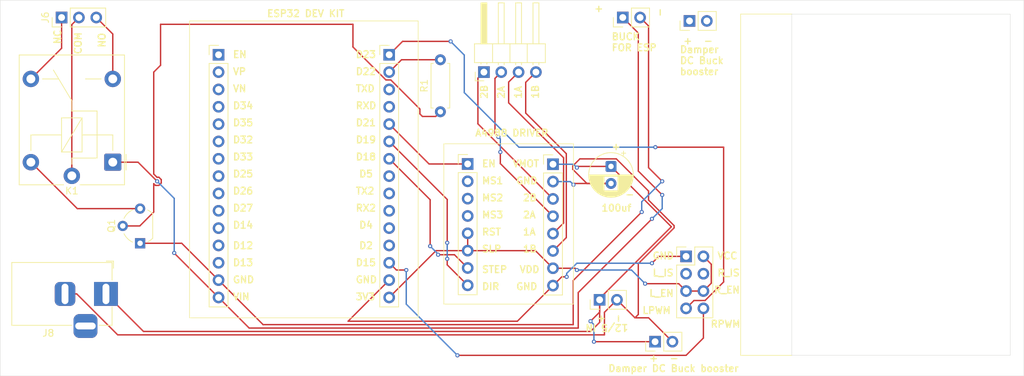
<source format=kicad_pcb>
(kicad_pcb (version 20241229) (generator "pcbnew") (generator_version "9.0")
  (layers (0 "F.Cu" signal) (2 "B.Cu" signal) (13 "F.Paste" user) (15 "B.Paste" user) (5 "F.SilkS" user "F.Silkscreen") (7 "B.SilkS" user "B.Silkscreen") (1 "F.Mask" user) (3 "B.Mask" user) (25 "Edge.Cuts" user))
  (net 0 "")
  (net 1 "Net-(J10-Pin_2)")
  (net 2 "Net-(J10-Pin_1)")
  (net 3 "Net-(J1-Pin_15)")
  (net 4 "Net-(J2-Pin_2)")
  (net 5 "Net-(Q1-C)")
  (net 6 "Net-(Q1-B)")
  (net 7 "Net-(J6-Pin_3)")
  (net 8 "Net-(J6-Pin_2)")
  (net 9 "Net-(J6-Pin_1)")
  (net 10 "Net-(J1-Pin_14)")
  (net 15 "Net-(J12-Pin_2)")
  (net 16 "Net-(J12-Pin_7)")
  (net 17 "Net-(J4-Pin_4)")
  (net 18 "Net-(J4-Pin_6)")
  (net 19 "Net-(J4-Pin_5)")
  (net 20 "Net-(J4-Pin_3)")
  (net 21 "Net-(J2-Pin_7)")
  (net 22 "Net-(J2-Pin_6)")
  (net 23 "Net-(J2-Pin_5)")
  (net 27 "Net-(J12-Pin_1)")
  (net 29 "Net-(J12-Pin_8)")
  (footprint "Connector_PinHeader_2.54mm:PinHeader_1x08_P2.54mm_Vertical" (layer "F.Cu") (at 149 73.96)
    (property "Reference" "J3" (hide yes))
    (property "Value" "Conn_01x08" (hide yes))
    (pad "1" thru_hole rect (at 0 0) (size 1.7 1.7) (drill 1) (layers "*.Cu" "*.Mask") (net 23 "Net-(J2-Pin_5)"))
    (pad "2" thru_hole circle (at 0 2.54) (size 1.7 1.7) (drill 1) (layers "*.Cu" "*.Mask"))
    (pad "3" thru_hole circle (at 0 5.08) (size 1.7 1.7) (drill 1) (layers "*.Cu" "*.Mask"))
    (pad "4" thru_hole circle (at 0 7.62) (size 1.7 1.7) (drill 1) (layers "*.Cu" "*.Mask"))
    (pad "5" thru_hole circle (at 0 10.16) (size 1.7 1.7) (drill 1) (layers "*.Cu" "*.Mask") (net 15 "Net-(J12-Pin_2)"))
    (pad "6" thru_hole circle (at 0 12.7) (size 1.7 1.7) (drill 1) (layers "*.Cu" "*.Mask") (net 15 "Net-(J12-Pin_2)"))
    (pad "7" thru_hole circle (at 0 15.24) (size 1.7 1.7) (drill 1) (layers "*.Cu" "*.Mask") (net 21 "Net-(J2-Pin_7)"))
    (pad "8" thru_hole circle (at 0 17.78) (size 1.7 1.7) (drill 1) (layers "*.Cu" "*.Mask") (net 22 "Net-(J2-Pin_6)"))
  )
  (footprint "Connector_PinHeader_2.54mm:PinHeader_1x02_P2.54mm_Vertical" (layer "F.Cu") (at 181.5 53 90)
    (property "Reference" "J11" (hide yes))
    (property "Value" "Conn_01x02" (hide yes))
    (pad "1" thru_hole rect (at 0 0 90) (size 1.7 1.7) (drill 1) (layers "*.Cu" "*.Mask"))
    (pad "2" thru_hole circle (at 0 2.54 90) (size 1.7 1.7) (drill 1) (layers "*.Cu" "*.Mask"))
  )
  (footprint "Connector_PinHeader_2.54mm:PinHeader_1x02_P2.54mm_Vertical" (layer "F.Cu") (at 168.332738 93.862262 90)
    (property "Reference" "J9" (hide yes))
    (property "Value" "Conn_01x02" (hide yes))
    (pad "1" thru_hole rect (at 0 0 90) (size 1.7 1.7) (drill 1) (layers "*.Cu" "*.Mask") (net 2 "Net-(J10-Pin_1)"))
    (pad "2" thru_hole circle (at 0 2.54 90) (size 1.7 1.7) (drill 1) (layers "*.Cu" "*.Mask") (net 1 "Net-(J10-Pin_2)"))
  )
  (footprint "Connector_PinHeader_2.54mm:PinHeader_1x02_P2.54mm_Vertical" (layer "F.Cu") (at 171.725 52.5 90)
    (property "Reference" "J7" (hide yes))
    (property "Value" "Conn_01x02" (hide yes))
    (pad "1" thru_hole rect (at 0 0 90) (size 1.7 1.7) (drill 1) (layers "*.Cu" "*.Mask") (net 3 "Net-(J1-Pin_15)"))
    (pad "2" thru_hole circle (at 0 2.54 90) (size 1.7 1.7) (drill 1) (layers "*.Cu" "*.Mask") (net 10 "Net-(J1-Pin_14)"))
  )
  (footprint "Connector_BarrelJack:BarrelJack_Horizontal" (layer "F.Cu") (at 96 93)
    (property "Reference" "J8" (at -8.45 5.75 0) (layer "F.SilkS"))
    (property "Value" "Barrel_Jack")
    (pad "1" thru_hole rect (at 0 0) (size 3.5 3.5) (drill oval 1 3) (layers "*.Cu" "*.Mask") (net 2 "Net-(J10-Pin_1)"))
    (pad "2" thru_hole roundrect (at -6 0) (size 3 3.5) (drill oval 1 3) (layers "*.Cu" "*.Mask") (net 1 "Net-(J10-Pin_2)"))
    (pad "3" thru_hole roundrect (at -3 4.7) (size 3.5 3.5) (drill oval 3 1) (layers "*.Cu" "*.Mask"))
  )
  (footprint "Connector_PinHeader_2.54mm:PinHeader_1x04_P2.54mm_Horizontal" (layer "F.Cu") (at 151.38 60.5 90)
    (property "Reference" "J5" (hide yes))
    (property "Value" "Conn_01x04" (hide yes))
    (pad "1" thru_hole rect (at 0 0 90) (size 1.7 1.7) (drill 1) (layers "*.Cu" "*.Mask") (net 20 "Net-(J4-Pin_3)"))
    (pad "2" thru_hole circle (at 0 2.54 90) (size 1.7 1.7) (drill 1) (layers "*.Cu" "*.Mask") (net 17 "Net-(J4-Pin_4)"))
    (pad "3" thru_hole circle (at 0 5.08 90) (size 1.7 1.7) (drill 1) (layers "*.Cu" "*.Mask") (net 19 "Net-(J4-Pin_5)"))
    (pad "4" thru_hole circle (at 0 7.62 90) (size 1.7 1.7) (drill 1) (layers "*.Cu" "*.Mask") (net 18 "Net-(J4-Pin_6)"))
  )
  (footprint "Package_TO_SOT_THT:TO-92_Wide" (layer "F.Cu") (at 101 85.58 90)
    (property "Reference" "Q1" (at 2.55 -4.19 90) (layer "F.SilkS"))
    (property "Value" "2N3904")
    (pad "1" thru_hole rect (at 0 0 90) (size 1.5 1.5) (drill 0.8) (layers "*.Cu" "*.Mask") (net 10 "Net-(J1-Pin_14)"))
    (pad "2" thru_hole circle (at 2.54 -2.54 90) (size 1.5 1.5) (drill 0.8) (layers "*.Cu" "*.Mask") (net 6 "Net-(Q1-B)"))
    (pad "3" thru_hole circle (at 5.08 0 90) (size 1.5 1.5) (drill 0.8) (layers "*.Cu" "*.Mask") (net 5 "Net-(Q1-C)"))
  )
  (footprint "Connector_PinHeader_2.54mm:PinHeader_1x15_P2.54mm_Vertical" (layer "F.Cu") (at 137.5 57.96)
    (property "Reference" "J2" (hide yes))
    (property "Value" "Conn_01x15" (hide yes))
    (pad "1" thru_hole rect (at 0 0) (size 1.7 1.7) (drill 1) (layers "*.Cu" "*.Mask") (net 16 "Net-(J12-Pin_7)"))
    (pad "2" thru_hole circle (at 0 2.54) (size 1.7 1.7) (drill 1) (layers "*.Cu" "*.Mask") (net 4 "Net-(J2-Pin_2)"))
    (pad "3" thru_hole circle (at 0 5.08) (size 1.7 1.7) (drill 1) (layers "*.Cu" "*.Mask"))
    (pad "4" thru_hole circle (at 0 7.62) (size 1.7 1.7) (drill 1) (layers "*.Cu" "*.Mask"))
    (pad "5" thru_hole circle (at 0 10.16) (size 1.7 1.7) (drill 1) (layers "*.Cu" "*.Mask") (net 23 "Net-(J2-Pin_5)"))
    (pad "6" thru_hole circle (at 0 12.7) (size 1.7 1.7) (drill 1) (layers "*.Cu" "*.Mask") (net 22 "Net-(J2-Pin_6)"))
    (pad "7" thru_hole circle (at 0 15.24) (size 1.7 1.7) (drill 1) (layers "*.Cu" "*.Mask") (net 21 "Net-(J2-Pin_7)"))
    (pad "8" thru_hole circle (at 0 17.78) (size 1.7 1.7) (drill 1) (layers "*.Cu" "*.Mask"))
    (pad "9" thru_hole circle (at 0 20.32) (size 1.7 1.7) (drill 1) (layers "*.Cu" "*.Mask"))
    (pad "10" thru_hole circle (at 0 22.86) (size 1.7 1.7) (drill 1) (layers "*.Cu" "*.Mask"))
    (pad "11" thru_hole circle (at 0 25.4) (size 1.7 1.7) (drill 1) (layers "*.Cu" "*.Mask"))
    (pad "12" thru_hole circle (at 0 27.94) (size 1.7 1.7) (drill 1) (layers "*.Cu" "*.Mask"))
    (pad "13" thru_hole circle (at 0 30.48) (size 1.7 1.7) (drill 1) (layers "*.Cu" "*.Mask") (net 29 "Net-(J12-Pin_8)"))
    (pad "14" thru_hole circle (at 0 33.02) (size 1.7 1.7) (drill 1) (layers "*.Cu" "*.Mask") (net 27 "Net-(J12-Pin_1)"))
    (pad "15" thru_hole circle (at 0 35.56) (size 1.7 1.7) (drill 1) (layers "*.Cu" "*.Mask") (net 15 "Net-(J12-Pin_2)"))
  )
  (footprint "Connector_PinHeader_2.54mm:PinHeader_1x15_P2.54mm_Vertical" (layer "F.Cu") (at 112.5 57.96)
    (property "Reference" "J1" (hide yes))
    (property "Value" "Conn_01x15" (hide yes))
    (pad "1" thru_hole rect (at 0 0) (size 1.7 1.7) (drill 1) (layers "*.Cu" "*.Mask"))
    (pad "2" thru_hole circle (at 0 2.54) (size 1.7 1.7) (drill 1) (layers "*.Cu" "*.Mask"))
    (pad "3" thru_hole circle (at 0 5.08) (size 1.7 1.7) (drill 1) (layers "*.Cu" "*.Mask"))
    (pad "4" thru_hole circle (at 0 7.62) (size 1.7 1.7) (drill 1) (layers "*.Cu" "*.Mask"))
    (pad "5" thru_hole circle (at 0 10.16) (size 1.7 1.7) (drill 1) (layers "*.Cu" "*.Mask"))
    (pad "6" thru_hole circle (at 0 12.7) (size 1.7 1.7) (drill 1) (layers "*.Cu" "*.Mask"))
    (pad "7" thru_hole circle (at 0 15.24) (size 1.7 1.7) (drill 1) (layers "*.Cu" "*.Mask"))
    (pad "8" thru_hole circle (at 0 17.78) (size 1.7 1.7) (drill 1) (layers "*.Cu" "*.Mask"))
    (pad "9" thru_hole circle (at 0 20.32) (size 1.7 1.7) (drill 1) (layers "*.Cu" "*.Mask"))
    (pad "10" thru_hole circle (at 0 22.86) (size 1.7 1.7) (drill 1) (layers "*.Cu" "*.Mask"))
    (pad "11" thru_hole circle (at 0 25.4) (size 1.7 1.7) (drill 1) (layers "*.Cu" "*.Mask"))
    (pad "12" thru_hole circle (at 0 27.94) (size 1.7 1.7) (drill 1) (layers "*.Cu" "*.Mask"))
    (pad "13" thru_hole circle (at 0 30.48) (size 1.7 1.7) (drill 1) (layers "*.Cu" "*.Mask"))
    (pad "14" thru_hole circle (at 0 33.02) (size 1.7 1.7) (drill 1) (layers "*.Cu" "*.Mask") (net 10 "Net-(J1-Pin_14)"))
    (pad "15" thru_hole circle (at 0 35.56) (size 1.7 1.7) (drill 1) (layers "*.Cu" "*.Mask") (net 3 "Net-(J1-Pin_15)"))
  )
  (footprint "Connector_PinHeader_2.54mm:PinHeader_2x04_P2.54mm_Vertical" (layer "F.Cu") (at 181 87.5)
    (property "Reference" "J12" (hide yes))
    (property "Value" "Conn_02x04_Top_Bottom" (hide yes))
    (pad "1" thru_hole rect (at 0 0) (size 1.7 1.7) (drill 1) (layers "*.Cu" "*.Mask") (net 27 "Net-(J12-Pin_1)"))
    (pad "2" thru_hole circle (at 2.54 0) (size 1.7 1.7) (drill 1) (layers "*.Cu" "*.Mask") (net 15 "Net-(J12-Pin_2)"))
    (pad "3" thru_hole circle (at 0 2.54) (size 1.7 1.7) (drill 1) (layers "*.Cu" "*.Mask"))
    (pad "4" thru_hole circle (at 2.54 2.54) (size 1.7 1.7) (drill 1) (layers "*.Cu" "*.Mask"))
    (pad "5" thru_hole circle (at 0 5.08) (size 1.7 1.7) (drill 1) (layers "*.Cu" "*.Mask") (net 15 "Net-(J12-Pin_2)"))
    (pad "6" thru_hole circle (at 2.54 5.08) (size 1.7 1.7) (drill 1) (layers "*.Cu" "*.Mask") (net 15 "Net-(J12-Pin_2)"))
    (pad "7" thru_hole circle (at 0 7.62) (size 1.7 1.7) (drill 1) (layers "*.Cu" "*.Mask") (net 16 "Net-(J12-Pin_7)"))
    (pad "8" thru_hole circle (at 2.54 7.62) (size 1.7 1.7) (drill 1) (layers "*.Cu" "*.Mask") (net 29 "Net-(J12-Pin_8)"))
  )
  (footprint "Connector_PinHeader_2.54mm:PinHeader_1x03_P2.54mm_Vertical" (layer "F.Cu") (at 89.5 52.5 90)
    (property "Reference" "J6" (at 0 -2.38 90) (layer "F.SilkS"))
    (property "Value" "Conn_01x03" (hide yes))
    (pad "1" thru_hole rect (at 0 0 90) (size 1.7 1.7) (drill 1) (layers "*.Cu" "*.Mask") (net 9 "Net-(J6-Pin_1)"))
    (pad "2" thru_hole circle (at 0 2.54 90) (size 1.7 1.7) (drill 1) (layers "*.Cu" "*.Mask") (net 8 "Net-(J6-Pin_2)"))
    (pad "3" thru_hole circle (at 0 5.08 90) (size 1.7 1.7) (drill 1) (layers "*.Cu" "*.Mask") (net 7 "Net-(J6-Pin_3)"))
  )
  (footprint "Relay_THT:Relay_SPDT_Finder_36.11" (layer "F.Cu") (at 97 73.7 180)
    (property "Reference" "K1" (at 6 -4.2 0) (layer "F.SilkS"))
    (property "Value" "Relay_SPDT" (hide yes))
    (pad "11" thru_hole circle (at 6 -2 180) (size 2.4 2.4) (drill 1.3) (layers "*.Cu" "*.Mask") (net 8 "Net-(J6-Pin_2)"))
    (pad "12" thru_hole circle (at 12 12.2 180) (size 2.4 2.4) (drill 1.3) (layers "*.Cu" "*.Mask") (net 9 "Net-(J6-Pin_1)"))
    (pad "14" thru_hole circle (at 0 12.2 180) (size 2.4 2.4) (drill 1.3) (layers "*.Cu" "*.Mask") (net 7 "Net-(J6-Pin_3)"))
    (pad "A1" thru_hole roundrect (at 0 0 180) (size 2.5 2.5) (drill 1.3) (layers "*.Cu" "*.Mask") (roundrect_rratio 0.1) (net 3 "Net-(J1-Pin_15)"))
    (pad "A2" thru_hole circle (at 12 0 180) (size 2.4 2.4) (drill 1.3) (layers "*.Cu" "*.Mask") (net 5 "Net-(Q1-C)"))
  )
  (footprint "Resistor_THT:R_Axial_DIN0207_L6.3mm_D2.5mm_P7.62mm_Horizontal" (layer "F.Cu") (at 145 66.31 90)
    (property "Reference" "R1" (at 3.81 -2.37 90) (layer "F.SilkS"))
    (property "Value" "R")
    (pad "1" thru_hole circle (at 0 0 90) (size 1.6 1.6) (drill 0.8) (layers "*.Cu" "*.Mask") (net 6 "Net-(Q1-B)"))
    (pad "2" thru_hole circle (at 7.62 0 90) (size 1.6 1.6) (drill 0.8) (layers "*.Cu" "*.Mask") (net 4 "Net-(J2-Pin_2)"))
  )
  (footprint "Connector_PinHeader_2.54mm:PinHeader_1x02_P2.54mm_Vertical" (layer "F.Cu") (at 176.46 100 90)
    (property "Reference" "J10" (hide yes))
    (property "Value" "Conn_01x02" (hide yes))
    (pad "1" thru_hole rect (at 0 0 90) (size 1.7 1.7) (drill 1) (layers "*.Cu" "*.Mask") (net 2 "Net-(J10-Pin_1)"))
    (pad "2" thru_hole circle (at 0 2.54 90) (size 1.7 1.7) (drill 1) (layers "*.Cu" "*.Mask") (net 1 "Net-(J10-Pin_2)"))
  )
  (footprint "Capacitor_THT:CP_Radial_D6.3mm_P2.50mm" (layer "F.Cu") (at 170 74.317621 -90)
    (property "Reference" "C1" (hide yes))
    (property "Value" "C" (hide yes))
    (pad "1" thru_hole roundrect (at 0 0 270) (size 1.6 1.6) (drill 0.8) (layers "*.Cu" "*.Mask") (roundrect_rratio 0.15625) (net 2 "Net-(J10-Pin_1)"))
    (pad "2" thru_hole circle (at 2.5 0 270) (size 1.6 1.6) (drill 0.8) (layers "*.Cu" "*.Mask") (net 1 "Net-(J10-Pin_2)"))
  )
  (footprint "Connector_PinHeader_2.54mm:PinHeader_1x08_P2.54mm_Vertical" (layer "F.Cu") (at 161.5 74)
    (property "Reference" "J4" (hide yes))
    (property "Value" "Conn_01x08" (hide yes))
    (pad "1" thru_hole rect (at 0 0) (size 1.7 1.7) (drill 1) (layers "*.Cu" "*.Mask") (net 2 "Net-(J10-Pin_1)"))
    (pad "2" thru_hole circle (at 0 2.54) (size 1.7 1.7) (drill 1) (layers "*.Cu" "*.Mask") (net 1 "Net-(J10-Pin_2)"))
    (pad "3" thru_hole circle (at 0 5.08) (size 1.7 1.7) (drill 1) (layers "*.Cu" "*.Mask") (net 20 "Net-(J4-Pin_3)"))
    (pad "4" thru_hole circle (at 0 7.62) (size 1.7 1.7) (drill 1) (layers "*.Cu" "*.Mask") (net 17 "Net-(J4-Pin_4)"))
    (pad "5" thru_hole circle (at 0 10.16) (size 1.7 1.7) (drill 1) (layers "*.Cu" "*.Mask") (net 19 "Net-(J4-Pin_5)"))
    (pad "6" thru_hole circle (at 0 12.7) (size 1.7 1.7) (drill 1) (layers "*.Cu" "*.Mask") (net 18 "Net-(J4-Pin_6)"))
    (pad "7" thru_hole circle (at 0 15.24) (size 1.7 1.7) (drill 1) (layers "*.Cu" "*.Mask") (net 15 "Net-(J12-Pin_2)"))
    (pad "8" thru_hole circle (at 0 17.78) (size 1.7 1.7) (drill 1) (layers "*.Cu" "*.Mask") (net 27 "Net-(J12-Pin_1)"))
  )
  (gr_line (start 196.5 52) (end 189 52) (stroke (width 0.1)) (layer "F.SilkS"))
  (gr_line (start 189 52) (end 189 102) (stroke (width 0.1)) (layer "F.SilkS"))
  (gr_rect (start 145.5 71) (end 164.5 94.5) (stroke (width 0.1)) (fill no) (layer "F.SilkS"))
  (gr_rect (start 108.25 53) (end 141.75 96.5) (stroke (width 0.1)) (fill no) (layer "F.SilkS"))
  (gr_line (start 189 102) (end 196.5 102) (stroke (width 0.1)) (layer "F.SilkS"))
  (gr_line (start 196.5 52) (end 196.5 102) (stroke (width 0.05)) (layer "Edge.Cuts"))
  (gr_line (start 228.5 52) (end 196.5 52) (stroke (width 0.05)) (layer "Edge.Cuts"))
  (gr_line (start 196.5 102) (end 228.5 102) (stroke (width 0.05)) (layer "Edge.Cuts"))
  (gr_line (start 230.5 105) (end 230.5 50) (stroke (width 0.05)) (layer "Edge.Cuts"))
  (gr_line (start 228.5 102) (end 228.5 52) (stroke (width 0.05)) (layer "Edge.Cuts"))
  (gr_line (start 80.5 105) (end 230.5 105) (stroke (width 0.05)) (layer "Edge.Cuts"))
  (gr_line (start 80.5 50) (end 230.5 50) (stroke (width 0.05)) (layer "Edge.Cuts"))
  (gr_line (start 80.5 50) (end 80.5 105) (stroke (width 0.05)) (layer "Edge.Cuts"))
  (gr_text "D33" (at 114.5 73.5 0) (layer "F.SilkS") (effects (font (size 1 1) (thickness 0.2) (bold yes)) (justify left bottom)))
  (gr_text "NO" (at 96 57 90) (layer "F.SilkS") (effects (font (size 1 1) (thickness 0.2) (bold yes)) (justify left bottom)))
  (gr_text "100uf" (at 168.5 81 0) (layer "F.SilkS") (effects (font (size 1 1) (thickness 0.2) (bold yes)) (justify left bottom)))
  (gr_text "VN" (at 114.5 63.5 0) (layer "F.SilkS") (effects (font (size 1 1) (thickness 0.2) (bold yes)) (justify left bottom)))
  (gr_text "D15" (at 132.5 89 0) (layer "F.SilkS") (effects (font (size 1 1) (thickness 0.2) (bold yes)) (justify left bottom)))
  (gr_text "RST" (at 151 84.5 0) (layer "F.SilkS") (effects (font (size 1 1) (thickness 0.2) (bold yes)) (justify left bottom)))
  (gr_text "Damper DC Buck booster" (at 169.5 104.5 0) (layer "F.SilkS") (effects (font (size 1 1) (thickness 0.2) (bold yes)) (justify left bottom)))
  (gr_text "RXD" (at 132.5 66 0) (layer "F.SilkS") (effects (font (size 1 1) (thickness 0.2) (bold yes)) (justify left bottom)))
  (gr_text "2A" (at 154.5 64.5 90) (layer "F.SilkS") (effects (font (size 1 1) (thickness 0.2) (bold yes)) (justify left bottom)))
  (gr_text "12/5 IN" (at 172.607738 97.362262 180) (layer "F.SilkS") (effects (font (size 1 1) (thickness 0.2) (bold yes)) (justify left bottom)))
  (gr_text "VIN" (at 114.5 94 0) (layer "F.SilkS") (effects (font (size 1 1) (thickness 0.2) (bold yes)) (justify left bottom)))
  (gr_text "L_EN" (at 175.5 93.5 0) (layer "F.SilkS") (effects (font (size 1 1) (thickness 0.2) (bold yes)) (justify left bottom)))
  (gr_text "DIR" (at 151 92.5 0) (layer "F.SilkS") (effects (font (size 1 1) (thickness 0.2) (bold yes)) (justify left bottom)))
  (gr_text "+" (at 175.5 103 0) (layer "F.SilkS") (effects (font (size 1 1) (thickness 0.2) (bold yes)) (justify left bottom)))
  (gr_text "SLP" (at 151 87 0) (layer "F.SilkS") (effects (font (size 1 1) (thickness 0.2) (bold yes)) (justify left bottom)))
  (gr_text "D2" (at 133 86.5 0) (layer "F.SilkS") (effects (font (size 1 1) (thickness 0.2) (bold yes)) (justify left bottom)))
  (gr_text "-" (at 177.725 52.5 90) (layer "F.SilkS") (effects (font (size 1 1) (thickness 0.2) (bold yes)) (justify left bottom)))
  (gr_text "+" (at 170 72 0) (layer "F.SilkS") (effects (font (size 1 1) (thickness 0.2) (bold yes)) (justify left bottom)))
  (gr_text "L_IS" (at 176 90.5 0) (layer "F.SilkS") (effects (font (size 1 1) (thickness 0.2) (bold yes)) (justify left bottom)))
  (gr_text "D35" (at 114.5 68.5 0) (layer "F.SilkS") (effects (font (size 1 1) (thickness 0.2) (bold yes)) (justify left bottom)))
  (gr_text "D21" (at 132.5 68.5 0) (layer "F.SilkS") (effects (font (size 1 1) (thickness 0.2) (bold yes)) (justify left bottom)))
  (gr_text "EN" (at 151 74.5 0) (layer "F.SilkS") (effects (font (size 1 1) (thickness 0.2) (bold yes)) (justify left bottom)))
  (gr_text "GND" (at 176 88 0) (layer "F.SilkS") (effects (font (size 1 1) (thickness 0.2) (bold yes)) (justify left bottom)))
  (gr_text "VDD" (at 156.5 90 0) (layer "F.SilkS") (effects (font (size 1 1) (thickness 0.2) (bold yes)) (justify left bottom)))
  (gr_text "1B" (at 157 87 0) (layer "F.SilkS") (effects (font (size 1 1) (thickness 0.2) (bold yes)) (justify left bottom)))
  (gr_text "D25" (at 114.5 76 0) (layer "F.SilkS") (effects (font (size 1 1) (thickness 0.2) (bold yes)) (justify left bottom)))
  (gr_text "GND" (at 132.5 91.5 0) (layer "F.SilkS") (effects (font (size 1 1) (thickness 0.2) (bold yes)) (justify left bottom)))
  (gr_text "D22" (at 132.5 61 0) (layer "F.SilkS") (effects (font (size 1 1) (thickness 0.2) (bold yes)) (justify left bottom)))
  (gr_text "Damper\nDC Buck \nbooster" (at 180 61 0) (layer "F.SilkS") (effects (font (size 1 1) (thickness 0.2) (bold yes)) (justify left bottom)))
  (gr_text "R_EN" (at 185 93 0) (layer "F.SilkS") (effects (font (size 1 1) (thickness 0.2) (bold yes)) (justify left bottom)))
  (gr_text "COM" (at 92.5 58 90) (layer "F.SilkS") (effects (font (size 1 1) (thickness 0.2) (bold yes)) (justify left bottom)))
  (gr_text "VP" (at 114.5 61 0) (layer "F.SilkS") (effects (font (size 1 1) (thickness 0.2) (bold yes)) (justify left bottom)))
  (gr_text "D12" (at 114.5 86.5 0) (layer "F.SilkS") (effects (font (size 1 1) (thickness 0.2) (bold yes)) (justify left bottom)))
  (gr_text "D34" (at 114.5 66 0) (layer "F.SilkS") (effects (font (size 1 1) (thickness 0.2) (bold yes)) (justify left bottom)))
  (gr_text "D32" (at 114.5 71 0) (layer "F.SilkS") (effects (font (size 1 1) (thickness 0.2) (bold yes)) (justify left bottom)))
  (gr_text "EN" (at 114.5 58.5 0) (layer "F.SilkS") (effects (font (size 1 1) (thickness 0.2) (bold yes)) (justify left bottom)))
  (gr_text "3V3" (at 132.5 94 0) (layer "F.SilkS") (effects (font (size 1 1) (thickness 0.2) (bold yes)) (justify left bottom)))
  (gr_text "2A" (at 157 82 0) (layer "F.SilkS") (effects (font (size 1 1) (thickness 0.2) (bold yes)) (justify left bottom)))
  (gr_text "GND" (at 156 77 0) (layer "F.SilkS") (effects (font (size 1 1) (thickness 0.2) (bold yes)) (justify left bottom)))
  (gr_text "D13" (at 114.5 89 0) (layer "F.SilkS") (effects (font (size 1 1) (thickness 0.2) (bold yes)) (justify left bottom)))
  (gr_text "BUCK\nFOR ESP" (at 170 57.5 0) (layer "F.SilkS") (effects (font (size 1 1) (thickness 0.2) (bold yes)) (justify left bottom)))
  (gr_text "D14" (at 114.5 83.5 0) (layer "F.SilkS") (effects (font (size 1 1) (thickness 0.2) (bold yes)) (justify left bottom)))
  (gr_text "STEP" (at 151 90 0) (layer "F.SilkS") (effects (font (size 1 1) (thickness 0.2) (bold yes)) (justify left bottom)))
  (gr_text "1A" (at 157 84.5 0) (layer "F.SilkS") (effects (font (size 1 1) (thickness 0.2) (bold yes)) (justify left bottom)))
  (gr_text "+" (at 180.5 56.5 0) (layer "F.SilkS") (effects (font (size 1 1) (thickness 0.2) (bold yes)) (justify left bottom)))
  (gr_text "+" (at 169.107738 97.362262 90) (layer "F.SilkS") (effects (font (size 1 1) (thickness 0.2) (bold yes)) (justify left bottom)))
  (gr_text "TX2" (at 132.5 78.5 0) (layer "F.SilkS") (effects (font (size 1 1) (thickness 0.2) (bold yes)) (justify left bottom)))
  (gr_text "VMOT" (at 155.5 74.5 0) (layer "F.SilkS") (effects (font (size 1 1) (thickness 0.2) (bold yes)) (justify left bottom)))
  (gr_text "GND" (at 114.5 91.5 0) (layer "F.SilkS") (effects (font (size 1 1) (thickness 0.2) (bold yes)) (justify left bottom)))
  (gr_text "VCC" (at 185.5 88 0) (layer "F.SilkS") (effects (font (size 1 1) (thickness 0.2) (bold yes)) (justify left bottom)))
  (gr_text "2B" (at 157 79.5 0) (layer "F.SilkS") (effects (font (size 1 1) (thickness 0.2) (bold yes)) (justify left bottom)))
  (gr_text "LPWM" (at 174.5 96 0) (layer "F.SilkS") (effects (font (size 1 1) (thickness 0.2) (bold yes)) (justify left bottom)))
  (gr_text "1A" (at 157 64.5 90) (layer "F.SilkS") (effects (font (size 1 1) (thickness 0.2) (bold yes)) (justify left bottom)))
  (gr_text "1B" (at 159.5 64.5 90) (layer "F.SilkS") (effects (font (size 1 1) (thickness 0.2) (bold yes)) (justify left bottom)))
  (gr_text "-" (at 172 79 0) (layer "F.SilkS") (effects (font (size 1 1) (thickness 0.2) (bold yes)) (justify left bottom)))
  (gr_text "-" (at 183.5 56.5 0) (layer "F.SilkS") (effects (font (size 1 1) (thickness 0.2) (bold yes)) (justify left bottom)))
  (gr_text "D4" (at 133 83.5 0) (layer "F.SilkS") (effects (font (size 1 1) (thickness 0.2) (bold yes)) (justify left bottom)))
  (gr_text "2B" (at 152 64.5 90) (layer "F.SilkS") (effects (font (size 1 1) (thickness 0.2) (bold yes)) (justify left bottom)))
  (gr_text "D19" (at 132.5 71 0) (layer "F.SilkS") (effects (font (size 1 1) (thickness 0.2) (bold yes)) (justify left bottom)))
  (gr_text "GND" (at 156 92.5 0) (layer "F.SilkS") (effects (font (size 1 1) (thickness 0.2) (bold yes)) (justify left bottom)))
  (gr_text "R_IS" (at 185.5 90.5 0) (layer "F.SilkS") (effects (font (size 1 1) (thickness 0.2) (bold yes)) (justify left bottom)))
  (gr_text "MS2" (at 151 79.5 0) (layer "F.SilkS") (effects (font (size 1 1) (thickness 0.2) (bold yes)) (justify left bottom)))
  (gr_text "MS1" (at 151 77 0) (layer "F.SilkS") (effects (font (size 1 1) (thickness 0.2) (bold yes)) (justify left bottom)))
  (gr_text "MS3" (at 151 82 0) (layer "F.SilkS") (effects (font (size 1 1) (thickness 0.2) (bold yes)) (justify left bottom)))
  (gr_text "+" (at 168.725 52 90) (layer "F.SilkS") (effects (font (size 1 1) (thickness 0.2) (bold yes)) (justify left bottom)))
  (gr_text "D5" (at 133 76 0) (layer "F.SilkS") (effects (font (size 1 1) (thickness 0.2) (bold yes)) (justify left bottom)))
  (gr_text "D26" (at 114.5 78.5 0) (layer "F.SilkS") (effects (font (size 1 1) (thickness 0.2) (bold yes)) (justify left bottom)))
  (gr_text "D23" (at 132.5 58.5 0) (layer "F.SilkS") (effects (font (size 1 1) (thickness 0.2) (bold yes)) (justify left bottom)))
  (gr_text "ESP32 DEV KIT" (at 119.5 52.5 0) (layer "F.SilkS") (effects (font (size 1 1) (thickness 0.2) (bold yes)) (justify left bottom)))
  (gr_text "RX2" (at 132.5 81 0) (layer "F.SilkS") (effects (font (size 1 1) (thickness 0.2) (bold yes)) (justify left bottom)))
  (gr_text "TXD" (at 132.5 63.5 0) (layer "F.SilkS") (effects (font (size 1 1) (thickness 0.2) (bold yes)) (justify left bottom)))
  (gr_text "D18" (at 132.5 73.5 0) (layer "F.SilkS") (effects (font (size 1 1) (thickness 0.2) (bold yes)) (justify left bottom)))
  (gr_text "D27" (at 114.5 81 0) (layer "F.SilkS") (effects (font (size 1 1) (thickness 0.2) (bold yes)) (justify left bottom)))
  (gr_text "RPWM" (at 184.5 98 0) (layer "F.SilkS") (effects (font (size 1 1) (thickness 0.2) (bold yes)) (justify left bottom)))
  (gr_text "-" (at 171.607738 97.362262 90) (layer "F.SilkS") (effects (font (size 1 1) (thickness 0.2) (bold yes)) (justify left bottom)))
  (gr_text "NC" (at 89.5 56.5 90) (layer "F.SilkS") (effects (font (size 1 1) (thickness 0.2) (bold yes)) (justify left bottom)))
  (gr_text "A4988 DRIVER" (at 150 70 0) (layer "F.SilkS") (effects (font (size 1 1) (thickness 0.2) (bold yes)) (justify left bottom)))
  (gr_text "-" (at 178.5 103 0) (layer "F.SilkS") (effects (font (size 1 1) (thickness 0.2) (bold yes)) (justify left bottom)))
  (segment (start 97.720412 99) (end 169.04 99) (width 0.2) (layer "F.Cu") (net 1))
  (segment (start 164.399 74.748943) (end 164.399 74.251057) (width 0.2) (layer "F.Cu") (net 1))
  (segment (start 170 76.817621) (end 164.682379 76.817621) (width 0.2) (layer "F.Cu") (net 1))
  (segment (start 164.399 74.251057) (end 165.433436 73.216621) (width 0.2) (layer "F.Cu") (net 1))
  (segment (start 175.5 77.931461) (end 175.5 79.25052) (width 0.2) (layer "F.Cu") (net 1))
  (segment (start 174 96.010476) (end 173.510476 96.5) (width 0.2) (layer "F.Cu") (net 1))
  (segment (start 170.872738 93.862262) (end 173.510476 96.5) (width 0.2) (layer "F.Cu") (net 1))
  (segment (start 170.78516 73.216621) (end 175.5 77.931461) (width 0.2) (layer "F.Cu") (net 1))
  (segment (start 174 88.5671) (end 174 96.010476) (width 0.2) (layer "F.Cu") (net 1))
  (segment (start 179 100) (end 175.5 96.5) (width 0.2) (layer "F.Cu") (net 1))
  (segment (start 91.720412 93) (end 97.720412 99) (width 0.2) (layer "F.Cu") (net 1))
  (segment (start 169.04 99) (end 169.04 95.695) (width 0.2) (layer "F.Cu") (net 1))
  (segment (start 170 76.817621) (end 166.467678 76.817621) (width 0.2) (layer "F.Cu") (net 1))
  (segment (start 166.467678 76.817621) (end 164.399 74.748943) (width 0.2) (layer "F.Cu") (net 1))
  (segment (start 175.5 79.25052) (end 179.24219 82.99271) (width 0.2) (layer "F.Cu") (net 1))
  (segment (start 164.682379 76.817621) (end 164.5 77) (width 0.2) (layer "F.Cu") (net 1))
  (segment (start 165.433436 73.216621) (end 170.78516 73.216621) (width 0.2) (layer "F.Cu") (net 1))
  (segment (start 179.24219 82.99271) (end 179.24219 83.32491) (width 0.2) (layer "F.Cu") (net 1))
  (segment (start 90 93) (end 91.720412 93) (width 0.2) (layer "F.Cu") (net 1))
  (segment (start 175.5 96.5) (end 173.510476 96.5) (width 0.2) (layer "F.Cu") (net 1))
  (segment (start 179.24219 83.32491) (end 174 88.5671) (width 0.2) (layer "F.Cu") (net 1))
  (segment (start 169.04 95.695) (end 170.872738 93.862262) (width 0.2) (layer "F.Cu") (net 1))
  (via (at 164.5 77) (size 0.6) (drill 0.3) (layers "F.Cu" "B.Cu") (net 1))
  (segment (start 164.04 76.54) (end 161.5 76.54) (width 0.2) (layer "B.Cu") (net 1))
  (segment (start 164.5 77) (end 164.04 76.54) (width 0.2) (layer "B.Cu") (net 1))
  (segment (start 168.332738 95.667262) (end 168.332738 93.862262) (width 0.2) (layer "F.Cu") (net 2))
  (segment (start 167 97) (end 168.332738 95.667262) (width 0.2) (layer "F.Cu") (net 2))
  (segment (start 170 74.317621) (end 165.182379 74.317621) (width 0.2) (layer "F.Cu") (net 2))
  (segment (start 101.5 98.5) (end 167 98.5) (width 0.2) (layer "F.Cu") (net 2))
  (segment (start 170 74.317621) (end 178.84119 83.15881) (width 0.2) (layer "F.Cu") (net 2))
  (segment (start 165.182379 74.317621) (end 165 74.5) (width 0.2) (layer "F.Cu") (net 2))
  (segment (start 176.46 100) (end 167.5 100) (width 0.2) (layer "F.Cu") (net 2))
  (segment (start 168.332738 93.667262) (end 178.84119 83.15881) (width 0.2) (layer "F.Cu") (net 2))
  (segment (start 167 98.5) (end 168.332738 97.167262) (width 0.2) (layer "F.Cu") (net 2))
  (segment (start 168.332738 97.167262) (end 168.332738 93.862262) (width 0.2) (layer "F.Cu") (net 2))
  (segment (start 96 93) (end 101.5 98.5) (width 0.2) (layer "F.Cu") (net 2))
  (segment (start 168.332738 93.862262) (end 168.332738 93.667262) (width 0.2) (layer "F.Cu") (net 2))
  (via (at 167 97) (size 0.6) (drill 0.3) (layers "F.Cu" "B.Cu") (net 2))
  (via (at 167.5 100) (size 0.6) (drill 0.3) (layers "F.Cu" "B.Cu") (net 2))
  (via (at 165 74.5) (size 0.6) (drill 0.3) (layers "F.Cu" "B.Cu") (net 2))
  (segment (start 165 74.5) (end 164.5 74) (width 0.2) (layer "B.Cu") (net 2))
  (segment (start 167.5 100) (end 167.5 97.5) (width 0.2) (layer "B.Cu") (net 2))
  (segment (start 167.5 97.5) (end 167 97) (width 0.2) (layer "B.Cu") (net 2))
  (segment (start 164.5 74) (end 161.5 74) (width 0.2) (layer "B.Cu") (net 2))
  (segment (start 174 75) (end 174 54.775) (width 0.2) (layer "F.Cu") (net 3))
  (segment (start 100.7 73.7) (end 103.5 76.5) (width 0.2) (layer "F.Cu") (net 3))
  (segment (start 116.98 98) (end 165.198 98) (width 0.2) (layer "F.Cu") (net 3))
  (segment (start 106 87.02) (end 112.5 93.52) (width 0.2) (layer "F.Cu") (net 3))
  (segment (start 174 54.775) (end 171.725 52.5) (width 0.2) (layer "F.Cu") (net 3))
  (segment (start 112.5 93.52) (end 116.98 98) (width 0.2) (layer "F.Cu") (net 3))
  (segment (start 165.198 98) (end 165.198 92.802) (width 0.2) (layer "F.Cu") (net 3))
  (segment (start 97 73.7) (end 100.7 73.7) (width 0.2) (layer "F.Cu") (net 3))
  (segment (start 165.198 92.802) (end 176 82) (width 0.2) (layer "F.Cu") (net 3))
  (segment (start 106 87) (end 106 87.02) (width 0.2) (layer "F.Cu") (net 3))
  (segment (start 177.5 78.5) (end 174 75) (width 0.2) (layer "F.Cu") (net 3))
  (via (at 176 82) (size 0.6) (drill 0.3) (layers "F.Cu" "B.Cu") (net 3))
  (via (at 177.5 78.5) (size 0.6) (drill 0.3) (layers "F.Cu" "B.Cu") (net 3))
  (via (at 103.5 76.5) (size 0.6) (drill 0.3) (layers "F.Cu" "B.Cu") (net 3))
  (via (at 106 87) (size 0.6) (drill 0.3) (layers "F.Cu" "B.Cu") (net 3))
  (segment (start 177.5 80.5) (end 177.5 78.5) (width 0.2) (layer "B.Cu") (net 3))
  (segment (start 106 79) (end 106 87) (width 0.2) (layer "B.Cu") (net 3))
  (segment (start 103.5 76.5) (end 106 79) (width 0.2) (layer "B.Cu") (net 3))
  (segment (start 176 82) (end 177.5 80.5) (width 0.2) (layer "B.Cu") (net 3))
  (segment (start 139.31 58.69) (end 137.5 60.5) (width 0.2) (layer "F.Cu") (net 4))
  (segment (start 145 58.69) (end 139.31 58.69) (width 0.2) (layer "F.Cu") (net 4))
  (segment (start 91.8 80.5) (end 85 73.7) (width 0.2) (layer "F.Cu") (net 5))
  (segment (start 101 80.5) (end 91.8 80.5) (width 0.2) (layer "F.Cu") (net 5))
  (segment (start 104.101 76.251057) (end 103.748943 75.899) (width 0.2) (layer "F.Cu") (net 6))
  (segment (start 103.748943 75.899) (end 103.4661 75.899) (width 0.2) (layer "F.Cu") (net 6))
  (segment (start 104 59.5) (end 104 53.5) (width 0.2) (layer "F.Cu") (net 6))
  (segment (start 103 60.5) (end 104 59.5) (width 0.2) (layer "F.Cu") (net 6))
  (segment (start 137.02324 61.651) (end 137.73876 61.651) (width 0.2) (layer "F.Cu") (net 6))
  (segment (start 137.73876 61.651) (end 142 65.91224) (width 0.2) (layer "F.Cu") (net 6))
  (segment (start 98.46 83.04) (end 100.96 83.04) (width 0.2) (layer "F.Cu") (net 6))
  (segment (start 103 76.849943) (end 103.251057 77.101) (width 0.2) (layer "F.Cu") (net 6))
  (segment (start 100.96 83.04) (end 103 81) (width 0.2) (layer "F.Cu") (net 6))
  (segment (start 104 53.5) (end 132.19 53.5) (width 0.2) (layer "F.Cu") (net 6))
  (segment (start 104.101 76.748943) (end 104.101 76.251057) (width 0.2) (layer "F.Cu") (net 6))
  (segment (start 103.4661 75.899) (end 103 75.4329) (width 0.2) (layer "F.Cu") (net 6))
  (segment (start 103.251057 77.101) (end 103.748943 77.101) (width 0.2) (layer "F.Cu") (net 6))
  (segment (start 103.748943 77.101) (end 104.101 76.748943) (width 0.2) (layer "F.Cu") (net 6))
  (segment (start 142 65.91224) (end 142 66.62776) (width 0.2) (layer "F.Cu") (net 6))
  (segment (start 103 81) (end 103 76.849943) (width 0.2) (layer "F.Cu") (net 6))
  (segment (start 142 66.62776) (end 142.37224 67) (width 0.2) (layer "F.Cu") (net 6))
  (segment (start 142.37224 67) (end 144.31 67) (width 0.2) (layer "F.Cu") (net 6))
  (segment (start 132.19 53.5) (end 132.19 56.81776) (width 0.2) (layer "F.Cu") (net 6))
  (segment (start 132.19 56.81776) (end 137.02324 61.651) (width 0.2) (layer "F.Cu") (net 6))
  (segment (start 103 75.4329) (end 103 60.5) (width 0.2) (layer "F.Cu") (net 6))
  (segment (start 144.31 67) (end 145 66.31) (width 0.2) (layer "F.Cu") (net 6))
  (segment (start 97 61.5) (end 97 54.92) (width 0.2) (layer "F.Cu") (net 7))
  (segment (start 97 54.92) (end 94.58 52.5) (width 0.2) (layer "F.Cu") (net 7))
  (segment (start 91 53.54) (end 92.04 52.5) (width 0.2) (layer "F.Cu") (net 8))
  (segment (start 91 75.7) (end 91 53.54) (width 0.2) (layer "F.Cu") (net 8))
  (segment (start 85 61.5) (end 89.5 57) (width 0.2) (layer "F.Cu") (net 9))
  (segment (start 89.5 57) (end 89.5 52.5) (width 0.2) (layer "F.Cu") (net 9))
  (segment (start 164.46 91.04) (end 174.5 81) (width 0.2) (layer "F.Cu") (net 10))
  (segment (start 119.02 97.5) (end 164.46 97.5) (width 0.2) (layer "F.Cu") (net 10))
  (segment (start 101 85.58) (end 107.1 85.58) (width 0.2) (layer "F.Cu") (net 10))
  (segment (start 177.5 76.5) (end 175.5 74.5) (width 0.2) (layer "F.Cu") (net 10))
  (segment (start 175.5 53.735) (end 174.265 52.5) (width 0.2) (layer "F.Cu") (net 10))
  (segment (start 175.5 74.5) (end 175.5 53.735) (width 0.2) (layer "F.Cu") (net 10))
  (segment (start 107.1 85.58) (end 112.5 90.98) (width 0.2) (layer "F.Cu") (net 10))
  (segment (start 164.46 97.5) (end 164.46 91.04) (width 0.2) (layer "F.Cu") (net 10))
  (segment (start 112.5 90.98) (end 119.02 97.5) (width 0.2) (layer "F.Cu") (net 10))
  (via (at 177.5 76.5) (size 0.6) (drill 0.3) (layers "F.Cu" "B.Cu") (net 10))
  (via (at 174.5 81) (size 0.6) (drill 0.3) (layers "F.Cu" "B.Cu") (net 10))
  (segment (start 174.5 81) (end 174.5 79.5) (width 0.2) (layer "B.Cu") (net 10))
  (segment (start 174.5 79.5) (end 177.5 76.5) (width 0.2) (layer "B.Cu") (net 10))
  (segment (start 179.92 91.5) (end 175 91.5) (width 0.2) (layer "F.Cu") (net 15))
  (segment (start 165 89.5) (end 164.74 89.24) (width 0.2) (layer "F.Cu") (net 15))
  (segment (start 183.54 92.58) (end 181 92.58) (width 0.2) (layer "F.Cu") (net 15))
  (segment (start 164.74 89.24) (end 161.5 89.24) (width 0.2) (layer "F.Cu") (net 15))
  (segment (start 144.36 86.66) (end 149 86.66) (width 0.2) (layer "F.Cu") (net 15))
  (segment (start 184.691 91.429) (end 183.54 92.58) (width 0.2) (layer "F.Cu") (net 15))
  (segment (start 149 84.12) (end 149 86.66) (width 0.2) (layer "F.Cu") (net 15))
  (segment (start 181 92.58) (end 179.92 91.5) (width 0.2) (layer "F.Cu") (net 15))
  (segment (start 158.92 86.66) (end 161.5 89.24) (width 0.2) (layer "F.Cu") (net 15))
  (segment (start 183.54 87.5) (end 184.691 88.651) (width 0.2) (layer "F.Cu") (net 15))
  (segment (start 137.5 93.52) (end 144.36 86.66) (width 0.2) (layer "F.Cu") (net 15))
  (segment (start 184.691 88.651) (end 184.691 91.429) (width 0.2) (layer "F.Cu") (net 15))
  (segment (start 149 86.66) (end 158.92 86.66) (width 0.2) (layer "F.Cu") (net 15))
  (via (at 165 89.5) (size 0.6) (drill 0.3) (layers "F.Cu" "B.Cu") (net 15))
  (via (at 175 91.5) (size 0.6) (drill 0.3) (layers "F.Cu" "B.Cu") (net 15))
  (segment (start 175 91.5) (end 173 89.5) (width 0.2) (layer "B.Cu") (net 15))
  (segment (start 173 89.5) (end 165 89.5) (width 0.2) (layer "B.Cu") (net 15))
  (segment (start 186.5 91.24776) (end 186.5 71.5) (width 0.2) (layer "F.Cu") (net 16))
  (segment (start 146.5 56) (end 139.46 56) (width 0.2) (layer "F.Cu") (net 16))
  (segment (start 139.46 56) (end 137.5 57.96) (width 0.2) (layer "F.Cu") (net 16))
  (segment (start 181 95.12) (end 182.151 93.969) (width 0.2) (layer "F.Cu") (net 16))
  (segment (start 186.5 71.5) (end 176.5 71.5) (width 0.2) (layer "F.Cu") (net 16))
  (segment (start 182.151 93.969) (end 183.77876 93.969) (width 0.2) (layer "F.Cu") (net 16))
  (segment (start 183.77876 93.969) (end 186.5 91.24776) (width 0.2) (layer "F.Cu") (net 16))
  (via (at 146.5 56) (size 0.6) (drill 0.3) (layers "F.Cu" "B.Cu") (net 16))
  (via (at 176.5 71.5) (size 0.6) (drill 0.3) (layers "F.Cu" "B.Cu") (net 16))
  (segment (start 148.5 58) (end 146.5 56) (width 0.2) (layer "B.Cu") (net 16))
  (segment (start 156.5 71.5) (end 148.5 63.5) (width 0.2) (layer "B.Cu") (net 16))
  (segment (start 148.5 63.5) (end 148.5 58) (width 0.2) (layer "B.Cu") (net 16))
  (segment (start 176.5 71.5) (end 156.5 71.5) (width 0.2) (layer "B.Cu") (net 16))
  (segment (start 161.5 81.62) (end 153.785735 73.905735) (width 0.2) (layer "F.Cu") (net 17))
  (segment (start 153 61.42) (end 153.92 60.5) (width 0.2) (layer "F.Cu") (net 17))
  (segment (start 153.785735 73.905735) (end 153.785735 72.214265) (width 0.2) (layer "F.Cu") (net 17))
  (segment (start 153.5 70) (end 153 69.5) (width 0.2) (layer "F.Cu") (net 17))
  (segment (start 153 69.5) (end 153 61.42) (width 0.2) (layer "F.Cu") (net 17))
  (via (at 153.5 70) (size 0.6) (drill 0.3) (layers "F.Cu" "B.Cu") (net 17))
  (via (at 153.785735 72.214265) (size 0.6) (drill 0.3) (layers "F.Cu" "B.Cu") (net 17))
  (segment (start 153.785735 72.214265) (end 153.785735 70.285735) (width 0.2) (layer "B.Cu") (net 17))
  (segment (start 153.785735 70.285735) (end 153.5 70) (width 0.2) (layer "B.Cu") (net 17))
  (segment (start 157.5 66.5) (end 157.5 62) (width 0.2) (layer "F.Cu") (net 18))
  (segment (start 161.5 86.7) (end 163.453 84.747) (width 0.2) (layer "F.Cu") (net 18))
  (segment (start 163.453 72.453) (end 157.5 66.5) (width 0.2) (layer "F.Cu") (net 18))
  (segment (start 157.5 62) (end 159 60.5) (width 0.2) (layer "F.Cu") (net 18))
  (segment (start 163.453 84.747) (end 163.453 72.453) (width 0.2) (layer "F.Cu") (net 18))
  (segment (start 155 65) (end 163.052 73.052) (width 0.2) (layer "F.Cu") (net 19))
  (segment (start 163.052 82.608) (end 161.5 84.16) (width 0.2) (layer "F.Cu") (net 19))
  (segment (start 155 61.96) (end 155 65) (width 0.2) (layer "F.Cu") (net 19))
  (segment (start 163.052 73.052) (end 163.052 82.608) (width 0.2) (layer "F.Cu") (net 19))
  (segment (start 156.46 60.5) (end 155 61.96) (width 0.2) (layer "F.Cu") (net 19))
  (segment (start 150.5 68.08) (end 150.5 61.38) (width 0.2) (layer "F.Cu") (net 20))
  (segment (start 150.5 61.38) (end 151.38 60.5) (width 0.2) (layer "F.Cu") (net 20))
  (segment (start 161.5 79.08) (end 150.5 68.08) (width 0.2) (layer "F.Cu") (net 20))
  (segment (start 149 89.2) (end 147.06 87.26) (width 0.2) (layer "F.Cu") (net 21))
  (segment (start 143.5 79.2) (end 137.5 73.2) (width 0.2) (layer "F.Cu") (net 21))
  (segment (start 147.06 87.26) (end 144.666815 87.26) (width 0.2) (layer "F.Cu") (net 21))
  (segment (start 143.5 86) (end 143.5 79.2) (width 0.2) (layer "F.Cu") (net 21))
  (via (at 144.666815 87.26) (size 0.6) (drill 0.3) (layers "F.Cu" "B.Cu") (net 21))
  (via (at 143.5 86) (size 0.6) (drill 0.3) (layers "F.Cu" "B.Cu") (net 21))
  (segment (start 144.666815 87.166815) (end 143.5 86) (width 0.2) (layer "B.Cu") (net 21))
  (segment (start 144.666815 87.26) (end 144.666815 87.166815) (width 0.2) (layer "B.Cu") (net 21))
  (segment (start 149 91.74) (end 146 88.74) (width 0.2) (layer "F.Cu") (net 22))
  (segment (start 146 85.5) (end 146 79.16) (width 0.2) (layer "F.Cu") (net 22))
  (segment (start 146 88.74) (end 146 87.86) (width 0.2) (layer "F.Cu") (net 22))
  (segment (start 146 79.16) (end 137.5 70.66) (width 0.2) (layer "F.Cu") (net 22))
  (via (at 146 85.5) (size 0.6) (drill 0.3) (layers "F.Cu" "B.Cu") (net 22))
  (via (at 146 87.86) (size 0.6) (drill 0.3) (layers "F.Cu" "B.Cu") (net 22))
  (segment (start 146 87.86) (end 146 85.5) (width 0.2) (layer "B.Cu") (net 22))
  (segment (start 149 73.96) (end 143.34 73.96) (width 0.2) (layer "F.Cu") (net 23))
  (segment (start 143.34 73.96) (end 137.5 68.12) (width 0.2) (layer "F.Cu") (net 23))
  (segment (start 137.5 90.98) (end 131.48 97) (width 0.2) (layer "F.Cu") (net 27))
  (segment (start 163.5 90.5) (end 162.78 90.5) (width 0.2) (layer "F.Cu") (net 27))
  (segment (start 177 87.5) (end 176 88.5) (width 0.2) (layer "F.Cu") (net 27))
  (segment (start 131.48 97) (end 156.28 97) (width 0.2) (layer "F.Cu") (net 27))
  (segment (start 162.78 90.5) (end 161.5 91.78) (width 0.2) (layer "F.Cu") (net 27))
  (segment (start 156.28 97) (end 161.5 91.78) (width 0.2) (layer "F.Cu") (net 27))
  (segment (start 181 87.5) (end 177 87.5) (width 0.2) (layer "F.Cu") (net 27))
  (via (at 176 88.5) (size 0.6) (drill 0.3) (layers "F.Cu" "B.Cu") (net 27))
  (via (at 163.5 90.5) (size 0.6) (drill 0.3) (layers "F.Cu" "B.Cu") (net 27))
  (segment (start 176 88.5) (end 165 88.5) (width 0.2) (layer "B.Cu") (net 27))
  (segment (start 163.5 90) (end 163.5 90.5) (width 0.2) (layer "B.Cu") (net 27))
  (segment (start 165 88.5) (end 163.5 90) (width 0.2) (layer "B.Cu") (net 27))
  (segment (start 138.56 89.5) (end 137.5 88.44) (width 0.2) (layer "F.Cu") (net 29))
  (segment (start 183.54 95.12) (end 183.54 99.46) (width 0.2) (layer "F.Cu") (net 29))
  (segment (start 181 102) (end 147.5 102) (width 0.2) (layer "F.Cu") (net 29))
  (segment (start 183.54 99.46) (end 181 102) (width 0.2) (layer "F.Cu") (net 29))
  (segment (start 140 89.5) (end 138.56 89.5) (width 0.2) (layer "F.Cu") (net 29))
  (via (at 147.5 102) (size 0.6) (drill 0.3) (layers "F.Cu" "B.Cu") (net 29))
  (via (at 140 89.5) (size 0.6) (drill 0.3) (layers "F.Cu" "B.Cu") (net 29))
  (segment (start 147.5 102) (end 140 94.5) (width 0.2) (layer "B.Cu") (net 29))
  (segment (start 140 94.5) (end 140 89.5) (width 0.2) (layer "B.Cu") (net 29))
)
</source>
